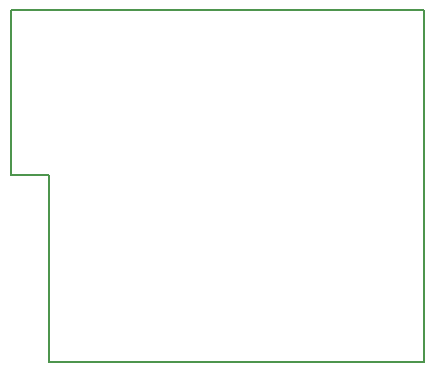
<source format=gbr>
G04 #@! TF.GenerationSoftware,KiCad,Pcbnew,(5.0.2)-1*
G04 #@! TF.CreationDate,2019-01-29T22:45:46+01:00*
G04 #@! TF.ProjectId,rpi_nrf24,7270695f-6e72-4663-9234-2e6b69636164,rev?*
G04 #@! TF.SameCoordinates,Original*
G04 #@! TF.FileFunction,Profile,NP*
%FSLAX46Y46*%
G04 Gerber Fmt 4.6, Leading zero omitted, Abs format (unit mm)*
G04 Created by KiCad (PCBNEW (5.0.2)-1) date 29/01/2019 22:45:46*
%MOMM*%
%LPD*%
G01*
G04 APERTURE LIST*
%ADD10C,0.150000*%
G04 APERTURE END LIST*
D10*
X102870000Y-68841994D02*
X102870000Y-72016994D01*
X102870000Y-56141994D02*
X102870000Y-68841994D01*
X99695000Y-56141994D02*
X102870000Y-56141994D01*
X134620000Y-72016994D02*
X134620000Y-42171994D01*
X134620000Y-42171994D02*
X99695000Y-42171994D01*
X99695000Y-42171994D02*
X99695000Y-56141994D01*
X102870000Y-72016994D02*
X134620000Y-72016994D01*
M02*

</source>
